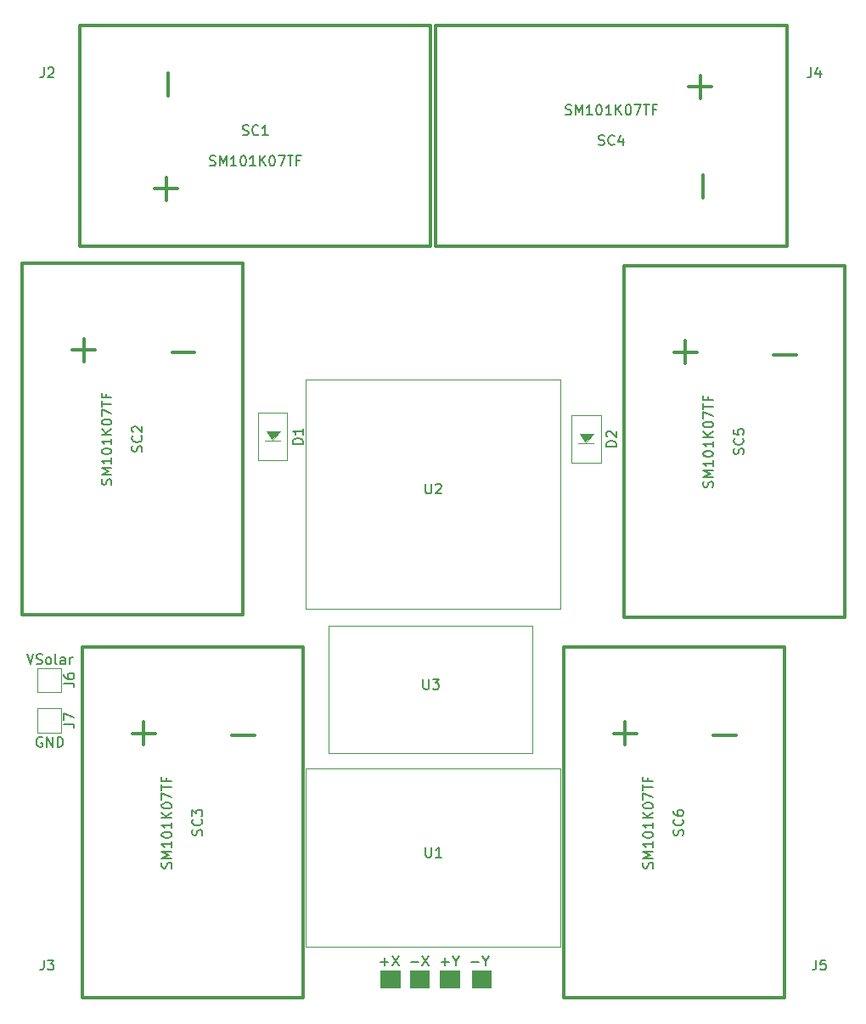
<source format=gbr>
%TF.GenerationSoftware,KiCad,Pcbnew,(5.1.10)-1*%
%TF.CreationDate,2022-06-07T21:34:51-07:00*%
%TF.ProjectId,solar-panel-WithCutout,736f6c61-722d-4706-916e-656c2d576974,1.1*%
%TF.SameCoordinates,Original*%
%TF.FileFunction,Legend,Top*%
%TF.FilePolarity,Positive*%
%FSLAX46Y46*%
G04 Gerber Fmt 4.6, Leading zero omitted, Abs format (unit mm)*
G04 Created by KiCad (PCBNEW (5.1.10)-1) date 2022-06-07 21:34:51*
%MOMM*%
%LPD*%
G01*
G04 APERTURE LIST*
%ADD10C,0.150000*%
%ADD11C,0.100000*%
%ADD12C,0.300000*%
%ADD13C,0.120000*%
G04 APERTURE END LIST*
D10*
X102488095Y-121000000D02*
X102392857Y-120952380D01*
X102250000Y-120952380D01*
X102107142Y-121000000D01*
X102011904Y-121095238D01*
X101964285Y-121190476D01*
X101916666Y-121380952D01*
X101916666Y-121523809D01*
X101964285Y-121714285D01*
X102011904Y-121809523D01*
X102107142Y-121904761D01*
X102250000Y-121952380D01*
X102345238Y-121952380D01*
X102488095Y-121904761D01*
X102535714Y-121857142D01*
X102535714Y-121523809D01*
X102345238Y-121523809D01*
X102964285Y-121952380D02*
X102964285Y-120952380D01*
X103535714Y-121952380D01*
X103535714Y-120952380D01*
X104011904Y-121952380D02*
X104011904Y-120952380D01*
X104250000Y-120952380D01*
X104392857Y-121000000D01*
X104488095Y-121095238D01*
X104535714Y-121190476D01*
X104583333Y-121380952D01*
X104583333Y-121523809D01*
X104535714Y-121714285D01*
X104488095Y-121809523D01*
X104392857Y-121904761D01*
X104250000Y-121952380D01*
X104011904Y-121952380D01*
X100964285Y-112702380D02*
X101297619Y-113702380D01*
X101630952Y-112702380D01*
X101916666Y-113654761D02*
X102059523Y-113702380D01*
X102297619Y-113702380D01*
X102392857Y-113654761D01*
X102440476Y-113607142D01*
X102488095Y-113511904D01*
X102488095Y-113416666D01*
X102440476Y-113321428D01*
X102392857Y-113273809D01*
X102297619Y-113226190D01*
X102107142Y-113178571D01*
X102011904Y-113130952D01*
X101964285Y-113083333D01*
X101916666Y-112988095D01*
X101916666Y-112892857D01*
X101964285Y-112797619D01*
X102011904Y-112750000D01*
X102107142Y-112702380D01*
X102345238Y-112702380D01*
X102488095Y-112750000D01*
X103059523Y-113702380D02*
X102964285Y-113654761D01*
X102916666Y-113607142D01*
X102869047Y-113511904D01*
X102869047Y-113226190D01*
X102916666Y-113130952D01*
X102964285Y-113083333D01*
X103059523Y-113035714D01*
X103202380Y-113035714D01*
X103297619Y-113083333D01*
X103345238Y-113130952D01*
X103392857Y-113226190D01*
X103392857Y-113511904D01*
X103345238Y-113607142D01*
X103297619Y-113654761D01*
X103202380Y-113702380D01*
X103059523Y-113702380D01*
X103964285Y-113702380D02*
X103869047Y-113654761D01*
X103821428Y-113559523D01*
X103821428Y-112702380D01*
X104773809Y-113702380D02*
X104773809Y-113178571D01*
X104726190Y-113083333D01*
X104630952Y-113035714D01*
X104440476Y-113035714D01*
X104345238Y-113083333D01*
X104773809Y-113654761D02*
X104678571Y-113702380D01*
X104440476Y-113702380D01*
X104345238Y-113654761D01*
X104297619Y-113559523D01*
X104297619Y-113464285D01*
X104345238Y-113369047D01*
X104440476Y-113321428D01*
X104678571Y-113321428D01*
X104773809Y-113273809D01*
X105249999Y-113702380D02*
X105249999Y-113035714D01*
X105249999Y-113226190D02*
X105297619Y-113130952D01*
X105345238Y-113083333D01*
X105440476Y-113035714D01*
X105535714Y-113035714D01*
D11*
G36*
X147244000Y-145972000D02*
G01*
X145339000Y-145972000D01*
X145339000Y-144257500D01*
X147244000Y-144257500D01*
X147244000Y-145972000D01*
G37*
X147244000Y-145972000D02*
X145339000Y-145972000D01*
X145339000Y-144257500D01*
X147244000Y-144257500D01*
X147244000Y-145972000D01*
G36*
X144069000Y-145972000D02*
G01*
X142164000Y-145972000D01*
X142164000Y-144257500D01*
X144069000Y-144257500D01*
X144069000Y-145972000D01*
G37*
X144069000Y-145972000D02*
X142164000Y-145972000D01*
X142164000Y-144257500D01*
X144069000Y-144257500D01*
X144069000Y-145972000D01*
G36*
X141084500Y-145972000D02*
G01*
X139179500Y-145972000D01*
X139179500Y-144257500D01*
X141084500Y-144257500D01*
X141084500Y-145972000D01*
G37*
X141084500Y-145972000D02*
X139179500Y-145972000D01*
X139179500Y-144257500D01*
X141084500Y-144257500D01*
X141084500Y-145972000D01*
G36*
X138163500Y-145972000D02*
G01*
X136258500Y-145972000D01*
X136258500Y-144257500D01*
X138163500Y-144257500D01*
X138163500Y-145972000D01*
G37*
X138163500Y-145972000D02*
X136258500Y-145972000D01*
X136258500Y-144257500D01*
X138163500Y-144257500D01*
X138163500Y-145972000D01*
D10*
X145302476Y-143388928D02*
X146064380Y-143388928D01*
X146731047Y-143293690D02*
X146731047Y-143769880D01*
X146397714Y-142769880D02*
X146731047Y-143293690D01*
X147064380Y-142769880D01*
X142302476Y-143388928D02*
X143064380Y-143388928D01*
X142683428Y-143769880D02*
X142683428Y-143007976D01*
X143731047Y-143293690D02*
X143731047Y-143769880D01*
X143397714Y-142769880D02*
X143731047Y-143293690D01*
X144064380Y-142769880D01*
X139254857Y-143388928D02*
X140016761Y-143388928D01*
X140397714Y-142769880D02*
X141064380Y-143769880D01*
X141064380Y-142769880D02*
X140397714Y-143769880D01*
X136254857Y-143388928D02*
X137016761Y-143388928D01*
X136635809Y-143769880D02*
X136635809Y-143007976D01*
X137397714Y-142769880D02*
X138064380Y-143769880D01*
X138064380Y-142769880D02*
X137397714Y-143769880D01*
D12*
%TO.C,SC6*%
X154500000Y-147000000D02*
X154500000Y-112000000D01*
X154500000Y-112000000D02*
X176500000Y-112000000D01*
X176500000Y-112000000D02*
X176500000Y-147000000D01*
X176500000Y-147000000D02*
X154500000Y-147000000D01*
D13*
%TO.C,J7*%
X102024999Y-118125001D02*
X104424999Y-118125001D01*
X102024999Y-120525001D02*
X102024999Y-118125001D01*
X104424999Y-120525001D02*
X102024999Y-120525001D01*
X104424999Y-118125001D02*
X104424999Y-120525001D01*
%TO.C,J6*%
X102024999Y-114075001D02*
X104424999Y-114075001D01*
X102024999Y-116475001D02*
X102024999Y-114075001D01*
X104424999Y-116475001D02*
X102024999Y-116475001D01*
X104424999Y-114075001D02*
X104424999Y-116475001D01*
%TO.C,D2*%
X155937200Y-91681800D02*
X157486600Y-91681800D01*
D11*
G36*
X157461200Y-90742000D02*
G01*
X156724600Y-91554800D01*
X156115000Y-90742000D01*
X157461200Y-90742000D01*
G37*
X157461200Y-90742000D02*
X156724600Y-91554800D01*
X156115000Y-90742000D01*
X157461200Y-90742000D01*
D13*
X155300000Y-93625000D02*
X155300000Y-88875000D01*
X158200000Y-93625000D02*
X155300000Y-93625000D01*
X158200000Y-88875000D02*
X155300000Y-88875000D01*
X158200000Y-93625000D02*
X158200000Y-88875000D01*
%TO.C,D1*%
X124687200Y-91431800D02*
X126236600Y-91431800D01*
D11*
G36*
X126211200Y-90492000D02*
G01*
X125474600Y-91304800D01*
X124865000Y-90492000D01*
X126211200Y-90492000D01*
G37*
X126211200Y-90492000D02*
X125474600Y-91304800D01*
X124865000Y-90492000D01*
X126211200Y-90492000D01*
D13*
X124050000Y-93375000D02*
X124050000Y-88625000D01*
X126950000Y-93375000D02*
X124050000Y-93375000D01*
X126950000Y-88625000D02*
X124050000Y-88625000D01*
X126950000Y-93375000D02*
X126950000Y-88625000D01*
%TO.C,U3*%
X141250000Y-122600000D02*
X151410000Y-122600000D01*
X151410000Y-122600000D02*
X151410000Y-116250000D01*
X141250000Y-122600000D02*
X131090000Y-122600000D01*
X131090000Y-122600000D02*
X131090000Y-116250000D01*
X151410000Y-109900000D02*
X151410000Y-116250000D01*
X141250000Y-109900000D02*
X151410000Y-109900000D01*
X131090000Y-109900000D02*
X131090000Y-116250000D01*
X141250000Y-109900000D02*
X131090000Y-109900000D01*
%TO.C,U2*%
X141500000Y-85320000D02*
X128800000Y-85320000D01*
X128800000Y-94210000D02*
X128800000Y-85320000D01*
X141500000Y-85320000D02*
X154200000Y-85320000D01*
X154200000Y-94210000D02*
X154200000Y-85320000D01*
X128800000Y-85320000D02*
X130578000Y-85320000D01*
X128800000Y-94210000D02*
X128800000Y-96750000D01*
X154200000Y-94210000D02*
X154200000Y-96750000D01*
X128800000Y-99290000D02*
X128800000Y-96750000D01*
X141500000Y-108180000D02*
X128800000Y-108180000D01*
X141500000Y-108180000D02*
X154200000Y-108180000D01*
X154200000Y-108180000D02*
X152422000Y-108180000D01*
X154200000Y-99290000D02*
X154200000Y-96750000D01*
X154200000Y-99290000D02*
X154200000Y-108180000D01*
X128800000Y-99290000D02*
X128800000Y-108180000D01*
%TO.C,U1*%
X154200000Y-133000000D02*
X154200000Y-141890000D01*
X141500000Y-141890000D02*
X154200000Y-141890000D01*
X141500000Y-141890000D02*
X128800000Y-141890000D01*
X128800000Y-133000000D02*
X128800000Y-141890000D01*
X154200000Y-133000000D02*
X154200000Y-124110000D01*
X141500000Y-124110000D02*
X154200000Y-124110000D01*
X128800000Y-133000000D02*
X128800000Y-124110000D01*
X141500000Y-124110000D02*
X128800000Y-124110000D01*
D12*
%TO.C,SC5*%
X160500000Y-109000000D02*
X160500000Y-74000000D01*
X160500000Y-74000000D02*
X182500000Y-74000000D01*
X182500000Y-74000000D02*
X182500000Y-109000000D01*
X182500000Y-109000000D02*
X160500000Y-109000000D01*
%TO.C,SC4*%
X141750000Y-50000000D02*
X176750000Y-50000000D01*
X176750000Y-50000000D02*
X176750000Y-72000000D01*
X176750000Y-72000000D02*
X141750000Y-72000000D01*
X141750000Y-72000000D02*
X141750000Y-50000000D01*
%TO.C,SC3*%
X106500000Y-147000000D02*
X106500000Y-112000000D01*
X106500000Y-112000000D02*
X128500000Y-112000000D01*
X128500000Y-112000000D02*
X128500000Y-147000000D01*
X128500000Y-147000000D02*
X106500000Y-147000000D01*
%TO.C,SC2*%
X100500000Y-108750000D02*
X100500000Y-73750000D01*
X100500000Y-73750000D02*
X122500000Y-73750000D01*
X122500000Y-73750000D02*
X122500000Y-108750000D01*
X122500000Y-108750000D02*
X100500000Y-108750000D01*
%TO.C,SC1*%
X141250000Y-72000000D02*
X106250000Y-72000000D01*
X106250000Y-72000000D02*
X106250000Y-50000000D01*
X106250000Y-50000000D02*
X141250000Y-50000000D01*
X141250000Y-50000000D02*
X141250000Y-72000000D01*
%TO.C,SC6*%
D10*
X166404761Y-130761904D02*
X166452380Y-130619047D01*
X166452380Y-130380952D01*
X166404761Y-130285714D01*
X166357142Y-130238095D01*
X166261904Y-130190476D01*
X166166666Y-130190476D01*
X166071428Y-130238095D01*
X166023809Y-130285714D01*
X165976190Y-130380952D01*
X165928571Y-130571428D01*
X165880952Y-130666666D01*
X165833333Y-130714285D01*
X165738095Y-130761904D01*
X165642857Y-130761904D01*
X165547619Y-130714285D01*
X165500000Y-130666666D01*
X165452380Y-130571428D01*
X165452380Y-130333333D01*
X165500000Y-130190476D01*
X166357142Y-129190476D02*
X166404761Y-129238095D01*
X166452380Y-129380952D01*
X166452380Y-129476190D01*
X166404761Y-129619047D01*
X166309523Y-129714285D01*
X166214285Y-129761904D01*
X166023809Y-129809523D01*
X165880952Y-129809523D01*
X165690476Y-129761904D01*
X165595238Y-129714285D01*
X165500000Y-129619047D01*
X165452380Y-129476190D01*
X165452380Y-129380952D01*
X165500000Y-129238095D01*
X165547619Y-129190476D01*
X165452380Y-128333333D02*
X165452380Y-128523809D01*
X165500000Y-128619047D01*
X165547619Y-128666666D01*
X165690476Y-128761904D01*
X165880952Y-128809523D01*
X166261904Y-128809523D01*
X166357142Y-128761904D01*
X166404761Y-128714285D01*
X166452380Y-128619047D01*
X166452380Y-128428571D01*
X166404761Y-128333333D01*
X166357142Y-128285714D01*
X166261904Y-128238095D01*
X166023809Y-128238095D01*
X165928571Y-128285714D01*
X165880952Y-128333333D01*
X165833333Y-128428571D01*
X165833333Y-128619047D01*
X165880952Y-128714285D01*
X165928571Y-128761904D01*
X166023809Y-128809523D01*
X163364761Y-134047619D02*
X163412380Y-133904761D01*
X163412380Y-133666666D01*
X163364761Y-133571428D01*
X163317142Y-133523809D01*
X163221904Y-133476190D01*
X163126666Y-133476190D01*
X163031428Y-133523809D01*
X162983809Y-133571428D01*
X162936190Y-133666666D01*
X162888571Y-133857142D01*
X162840952Y-133952380D01*
X162793333Y-134000000D01*
X162698095Y-134047619D01*
X162602857Y-134047619D01*
X162507619Y-134000000D01*
X162460000Y-133952380D01*
X162412380Y-133857142D01*
X162412380Y-133619047D01*
X162460000Y-133476190D01*
X163412380Y-133047619D02*
X162412380Y-133047619D01*
X163126666Y-132714285D01*
X162412380Y-132380952D01*
X163412380Y-132380952D01*
X163412380Y-131380952D02*
X163412380Y-131952380D01*
X163412380Y-131666666D02*
X162412380Y-131666666D01*
X162555238Y-131761904D01*
X162650476Y-131857142D01*
X162698095Y-131952380D01*
X162412380Y-130761904D02*
X162412380Y-130666666D01*
X162460000Y-130571428D01*
X162507619Y-130523809D01*
X162602857Y-130476190D01*
X162793333Y-130428571D01*
X163031428Y-130428571D01*
X163221904Y-130476190D01*
X163317142Y-130523809D01*
X163364761Y-130571428D01*
X163412380Y-130666666D01*
X163412380Y-130761904D01*
X163364761Y-130857142D01*
X163317142Y-130904761D01*
X163221904Y-130952380D01*
X163031428Y-131000000D01*
X162793333Y-131000000D01*
X162602857Y-130952380D01*
X162507619Y-130904761D01*
X162460000Y-130857142D01*
X162412380Y-130761904D01*
X163412380Y-129476190D02*
X163412380Y-130047619D01*
X163412380Y-129761904D02*
X162412380Y-129761904D01*
X162555238Y-129857142D01*
X162650476Y-129952380D01*
X162698095Y-130047619D01*
X163412380Y-129047619D02*
X162412380Y-129047619D01*
X163412380Y-128476190D02*
X162840952Y-128904761D01*
X162412380Y-128476190D02*
X162983809Y-129047619D01*
X162412380Y-127857142D02*
X162412380Y-127761904D01*
X162460000Y-127666666D01*
X162507619Y-127619047D01*
X162602857Y-127571428D01*
X162793333Y-127523809D01*
X163031428Y-127523809D01*
X163221904Y-127571428D01*
X163317142Y-127619047D01*
X163364761Y-127666666D01*
X163412380Y-127761904D01*
X163412380Y-127857142D01*
X163364761Y-127952380D01*
X163317142Y-128000000D01*
X163221904Y-128047619D01*
X163031428Y-128095238D01*
X162793333Y-128095238D01*
X162602857Y-128047619D01*
X162507619Y-128000000D01*
X162460000Y-127952380D01*
X162412380Y-127857142D01*
X162412380Y-127190476D02*
X162412380Y-126523809D01*
X163412380Y-126952380D01*
X162412380Y-126285714D02*
X162412380Y-125714285D01*
X163412380Y-126000000D02*
X162412380Y-126000000D01*
X162888571Y-125047619D02*
X162888571Y-125380952D01*
X163412380Y-125380952D02*
X162412380Y-125380952D01*
X162412380Y-124904761D01*
D12*
X169437142Y-120824285D02*
X171722857Y-120824285D01*
X160634285Y-121752857D02*
X160634285Y-119467142D01*
X161777142Y-120610000D02*
X159491428Y-120610000D01*
%TO.C,J7*%
D10*
X104675379Y-119658334D02*
X105389665Y-119658334D01*
X105532522Y-119705953D01*
X105627760Y-119801191D01*
X105675379Y-119944048D01*
X105675379Y-120039286D01*
X104675379Y-119277381D02*
X104675379Y-118610715D01*
X105675379Y-119039286D01*
%TO.C,J6*%
X104675379Y-115608334D02*
X105389665Y-115608334D01*
X105532522Y-115655953D01*
X105627760Y-115751191D01*
X105675379Y-115894048D01*
X105675379Y-115989286D01*
X104675379Y-114703572D02*
X104675379Y-114894048D01*
X104722999Y-114989286D01*
X104770618Y-115036905D01*
X104913475Y-115132143D01*
X105103951Y-115179762D01*
X105484903Y-115179762D01*
X105580141Y-115132143D01*
X105627760Y-115084524D01*
X105675379Y-114989286D01*
X105675379Y-114798810D01*
X105627760Y-114703572D01*
X105580141Y-114655953D01*
X105484903Y-114608334D01*
X105246808Y-114608334D01*
X105151570Y-114655953D01*
X105103951Y-114703572D01*
X105056332Y-114798810D01*
X105056332Y-114989286D01*
X105103951Y-115084524D01*
X105151570Y-115132143D01*
X105246808Y-115179762D01*
%TO.C,J5*%
X179666666Y-143202380D02*
X179666666Y-143916666D01*
X179619047Y-144059523D01*
X179523809Y-144154761D01*
X179380952Y-144202380D01*
X179285714Y-144202380D01*
X180619047Y-143202380D02*
X180142857Y-143202380D01*
X180095238Y-143678571D01*
X180142857Y-143630952D01*
X180238095Y-143583333D01*
X180476190Y-143583333D01*
X180571428Y-143630952D01*
X180619047Y-143678571D01*
X180666666Y-143773809D01*
X180666666Y-144011904D01*
X180619047Y-144107142D01*
X180571428Y-144154761D01*
X180476190Y-144202380D01*
X180238095Y-144202380D01*
X180142857Y-144154761D01*
X180095238Y-144107142D01*
%TO.C,J4*%
X179166666Y-54202380D02*
X179166666Y-54916666D01*
X179119047Y-55059523D01*
X179023809Y-55154761D01*
X178880952Y-55202380D01*
X178785714Y-55202380D01*
X180071428Y-54535714D02*
X180071428Y-55202380D01*
X179833333Y-54154761D02*
X179595238Y-54869047D01*
X180214285Y-54869047D01*
%TO.C,J3*%
X102666666Y-143202380D02*
X102666666Y-143916666D01*
X102619047Y-144059523D01*
X102523809Y-144154761D01*
X102380952Y-144202380D01*
X102285714Y-144202380D01*
X103047619Y-143202380D02*
X103666666Y-143202380D01*
X103333333Y-143583333D01*
X103476190Y-143583333D01*
X103571428Y-143630952D01*
X103619047Y-143678571D01*
X103666666Y-143773809D01*
X103666666Y-144011904D01*
X103619047Y-144107142D01*
X103571428Y-144154761D01*
X103476190Y-144202380D01*
X103190476Y-144202380D01*
X103095238Y-144154761D01*
X103047619Y-144107142D01*
%TO.C,J2*%
X102666666Y-54202380D02*
X102666666Y-54916666D01*
X102619047Y-55059523D01*
X102523809Y-55154761D01*
X102380952Y-55202380D01*
X102285714Y-55202380D01*
X103095238Y-54297619D02*
X103142857Y-54250000D01*
X103238095Y-54202380D01*
X103476190Y-54202380D01*
X103571428Y-54250000D01*
X103619047Y-54297619D01*
X103666666Y-54392857D01*
X103666666Y-54488095D01*
X103619047Y-54630952D01*
X103047619Y-55202380D01*
X103666666Y-55202380D01*
%TO.C,D2*%
X159742380Y-91988095D02*
X158742380Y-91988095D01*
X158742380Y-91750000D01*
X158790000Y-91607142D01*
X158885238Y-91511904D01*
X158980476Y-91464285D01*
X159170952Y-91416666D01*
X159313809Y-91416666D01*
X159504285Y-91464285D01*
X159599523Y-91511904D01*
X159694761Y-91607142D01*
X159742380Y-91750000D01*
X159742380Y-91988095D01*
X158837619Y-91035714D02*
X158790000Y-90988095D01*
X158742380Y-90892857D01*
X158742380Y-90654761D01*
X158790000Y-90559523D01*
X158837619Y-90511904D01*
X158932857Y-90464285D01*
X159028095Y-90464285D01*
X159170952Y-90511904D01*
X159742380Y-91083333D01*
X159742380Y-90464285D01*
%TO.C,D1*%
X128492380Y-91738095D02*
X127492380Y-91738095D01*
X127492380Y-91500000D01*
X127540000Y-91357142D01*
X127635238Y-91261904D01*
X127730476Y-91214285D01*
X127920952Y-91166666D01*
X128063809Y-91166666D01*
X128254285Y-91214285D01*
X128349523Y-91261904D01*
X128444761Y-91357142D01*
X128492380Y-91500000D01*
X128492380Y-91738095D01*
X128492380Y-90214285D02*
X128492380Y-90785714D01*
X128492380Y-90500000D02*
X127492380Y-90500000D01*
X127635238Y-90595238D01*
X127730476Y-90690476D01*
X127778095Y-90785714D01*
%TO.C,U3*%
X140488095Y-115202380D02*
X140488095Y-116011904D01*
X140535714Y-116107142D01*
X140583333Y-116154761D01*
X140678571Y-116202380D01*
X140869047Y-116202380D01*
X140964285Y-116154761D01*
X141011904Y-116107142D01*
X141059523Y-116011904D01*
X141059523Y-115202380D01*
X141440476Y-115202380D02*
X142059523Y-115202380D01*
X141726190Y-115583333D01*
X141869047Y-115583333D01*
X141964285Y-115630952D01*
X142011904Y-115678571D01*
X142059523Y-115773809D01*
X142059523Y-116011904D01*
X142011904Y-116107142D01*
X141964285Y-116154761D01*
X141869047Y-116202380D01*
X141583333Y-116202380D01*
X141488095Y-116154761D01*
X141440476Y-116107142D01*
%TO.C,U2*%
X140738095Y-95702380D02*
X140738095Y-96511904D01*
X140785714Y-96607142D01*
X140833333Y-96654761D01*
X140928571Y-96702380D01*
X141119047Y-96702380D01*
X141214285Y-96654761D01*
X141261904Y-96607142D01*
X141309523Y-96511904D01*
X141309523Y-95702380D01*
X141738095Y-95797619D02*
X141785714Y-95750000D01*
X141880952Y-95702380D01*
X142119047Y-95702380D01*
X142214285Y-95750000D01*
X142261904Y-95797619D01*
X142309523Y-95892857D01*
X142309523Y-95988095D01*
X142261904Y-96130952D01*
X141690476Y-96702380D01*
X142309523Y-96702380D01*
%TO.C,U1*%
X140738095Y-131952380D02*
X140738095Y-132761904D01*
X140785714Y-132857142D01*
X140833333Y-132904761D01*
X140928571Y-132952380D01*
X141119047Y-132952380D01*
X141214285Y-132904761D01*
X141261904Y-132857142D01*
X141309523Y-132761904D01*
X141309523Y-131952380D01*
X142309523Y-132952380D02*
X141738095Y-132952380D01*
X142023809Y-132952380D02*
X142023809Y-131952380D01*
X141928571Y-132095238D01*
X141833333Y-132190476D01*
X141738095Y-132238095D01*
%TO.C,SC5*%
X172404761Y-92761904D02*
X172452380Y-92619047D01*
X172452380Y-92380952D01*
X172404761Y-92285714D01*
X172357142Y-92238095D01*
X172261904Y-92190476D01*
X172166666Y-92190476D01*
X172071428Y-92238095D01*
X172023809Y-92285714D01*
X171976190Y-92380952D01*
X171928571Y-92571428D01*
X171880952Y-92666666D01*
X171833333Y-92714285D01*
X171738095Y-92761904D01*
X171642857Y-92761904D01*
X171547619Y-92714285D01*
X171500000Y-92666666D01*
X171452380Y-92571428D01*
X171452380Y-92333333D01*
X171500000Y-92190476D01*
X172357142Y-91190476D02*
X172404761Y-91238095D01*
X172452380Y-91380952D01*
X172452380Y-91476190D01*
X172404761Y-91619047D01*
X172309523Y-91714285D01*
X172214285Y-91761904D01*
X172023809Y-91809523D01*
X171880952Y-91809523D01*
X171690476Y-91761904D01*
X171595238Y-91714285D01*
X171500000Y-91619047D01*
X171452380Y-91476190D01*
X171452380Y-91380952D01*
X171500000Y-91238095D01*
X171547619Y-91190476D01*
X171452380Y-90285714D02*
X171452380Y-90761904D01*
X171928571Y-90809523D01*
X171880952Y-90761904D01*
X171833333Y-90666666D01*
X171833333Y-90428571D01*
X171880952Y-90333333D01*
X171928571Y-90285714D01*
X172023809Y-90238095D01*
X172261904Y-90238095D01*
X172357142Y-90285714D01*
X172404761Y-90333333D01*
X172452380Y-90428571D01*
X172452380Y-90666666D01*
X172404761Y-90761904D01*
X172357142Y-90809523D01*
X169364761Y-96047619D02*
X169412380Y-95904761D01*
X169412380Y-95666666D01*
X169364761Y-95571428D01*
X169317142Y-95523809D01*
X169221904Y-95476190D01*
X169126666Y-95476190D01*
X169031428Y-95523809D01*
X168983809Y-95571428D01*
X168936190Y-95666666D01*
X168888571Y-95857142D01*
X168840952Y-95952380D01*
X168793333Y-96000000D01*
X168698095Y-96047619D01*
X168602857Y-96047619D01*
X168507619Y-96000000D01*
X168460000Y-95952380D01*
X168412380Y-95857142D01*
X168412380Y-95619047D01*
X168460000Y-95476190D01*
X169412380Y-95047619D02*
X168412380Y-95047619D01*
X169126666Y-94714285D01*
X168412380Y-94380952D01*
X169412380Y-94380952D01*
X169412380Y-93380952D02*
X169412380Y-93952380D01*
X169412380Y-93666666D02*
X168412380Y-93666666D01*
X168555238Y-93761904D01*
X168650476Y-93857142D01*
X168698095Y-93952380D01*
X168412380Y-92761904D02*
X168412380Y-92666666D01*
X168460000Y-92571428D01*
X168507619Y-92523809D01*
X168602857Y-92476190D01*
X168793333Y-92428571D01*
X169031428Y-92428571D01*
X169221904Y-92476190D01*
X169317142Y-92523809D01*
X169364761Y-92571428D01*
X169412380Y-92666666D01*
X169412380Y-92761904D01*
X169364761Y-92857142D01*
X169317142Y-92904761D01*
X169221904Y-92952380D01*
X169031428Y-93000000D01*
X168793333Y-93000000D01*
X168602857Y-92952380D01*
X168507619Y-92904761D01*
X168460000Y-92857142D01*
X168412380Y-92761904D01*
X169412380Y-91476190D02*
X169412380Y-92047619D01*
X169412380Y-91761904D02*
X168412380Y-91761904D01*
X168555238Y-91857142D01*
X168650476Y-91952380D01*
X168698095Y-92047619D01*
X169412380Y-91047619D02*
X168412380Y-91047619D01*
X169412380Y-90476190D02*
X168840952Y-90904761D01*
X168412380Y-90476190D02*
X168983809Y-91047619D01*
X168412380Y-89857142D02*
X168412380Y-89761904D01*
X168460000Y-89666666D01*
X168507619Y-89619047D01*
X168602857Y-89571428D01*
X168793333Y-89523809D01*
X169031428Y-89523809D01*
X169221904Y-89571428D01*
X169317142Y-89619047D01*
X169364761Y-89666666D01*
X169412380Y-89761904D01*
X169412380Y-89857142D01*
X169364761Y-89952380D01*
X169317142Y-90000000D01*
X169221904Y-90047619D01*
X169031428Y-90095238D01*
X168793333Y-90095238D01*
X168602857Y-90047619D01*
X168507619Y-90000000D01*
X168460000Y-89952380D01*
X168412380Y-89857142D01*
X168412380Y-89190476D02*
X168412380Y-88523809D01*
X169412380Y-88952380D01*
X168412380Y-88285714D02*
X168412380Y-87714285D01*
X169412380Y-88000000D02*
X168412380Y-88000000D01*
X168888571Y-87047619D02*
X168888571Y-87380952D01*
X169412380Y-87380952D02*
X168412380Y-87380952D01*
X168412380Y-86904761D01*
D12*
X175437142Y-82824285D02*
X177722857Y-82824285D01*
X166634285Y-83752857D02*
X166634285Y-81467142D01*
X167777142Y-82610000D02*
X165491428Y-82610000D01*
%TO.C,SC4*%
D10*
X157988095Y-61904761D02*
X158130952Y-61952380D01*
X158369047Y-61952380D01*
X158464285Y-61904761D01*
X158511904Y-61857142D01*
X158559523Y-61761904D01*
X158559523Y-61666666D01*
X158511904Y-61571428D01*
X158464285Y-61523809D01*
X158369047Y-61476190D01*
X158178571Y-61428571D01*
X158083333Y-61380952D01*
X158035714Y-61333333D01*
X157988095Y-61238095D01*
X157988095Y-61142857D01*
X158035714Y-61047619D01*
X158083333Y-61000000D01*
X158178571Y-60952380D01*
X158416666Y-60952380D01*
X158559523Y-61000000D01*
X159559523Y-61857142D02*
X159511904Y-61904761D01*
X159369047Y-61952380D01*
X159273809Y-61952380D01*
X159130952Y-61904761D01*
X159035714Y-61809523D01*
X158988095Y-61714285D01*
X158940476Y-61523809D01*
X158940476Y-61380952D01*
X158988095Y-61190476D01*
X159035714Y-61095238D01*
X159130952Y-61000000D01*
X159273809Y-60952380D01*
X159369047Y-60952380D01*
X159511904Y-61000000D01*
X159559523Y-61047619D01*
X160416666Y-61285714D02*
X160416666Y-61952380D01*
X160178571Y-60904761D02*
X159940476Y-61619047D01*
X160559523Y-61619047D01*
X154702380Y-58864761D02*
X154845238Y-58912380D01*
X155083333Y-58912380D01*
X155178571Y-58864761D01*
X155226190Y-58817142D01*
X155273809Y-58721904D01*
X155273809Y-58626666D01*
X155226190Y-58531428D01*
X155178571Y-58483809D01*
X155083333Y-58436190D01*
X154892857Y-58388571D01*
X154797619Y-58340952D01*
X154750000Y-58293333D01*
X154702380Y-58198095D01*
X154702380Y-58102857D01*
X154750000Y-58007619D01*
X154797619Y-57960000D01*
X154892857Y-57912380D01*
X155130952Y-57912380D01*
X155273809Y-57960000D01*
X155702380Y-58912380D02*
X155702380Y-57912380D01*
X156035714Y-58626666D01*
X156369047Y-57912380D01*
X156369047Y-58912380D01*
X157369047Y-58912380D02*
X156797619Y-58912380D01*
X157083333Y-58912380D02*
X157083333Y-57912380D01*
X156988095Y-58055238D01*
X156892857Y-58150476D01*
X156797619Y-58198095D01*
X157988095Y-57912380D02*
X158083333Y-57912380D01*
X158178571Y-57960000D01*
X158226190Y-58007619D01*
X158273809Y-58102857D01*
X158321428Y-58293333D01*
X158321428Y-58531428D01*
X158273809Y-58721904D01*
X158226190Y-58817142D01*
X158178571Y-58864761D01*
X158083333Y-58912380D01*
X157988095Y-58912380D01*
X157892857Y-58864761D01*
X157845238Y-58817142D01*
X157797619Y-58721904D01*
X157750000Y-58531428D01*
X157750000Y-58293333D01*
X157797619Y-58102857D01*
X157845238Y-58007619D01*
X157892857Y-57960000D01*
X157988095Y-57912380D01*
X159273809Y-58912380D02*
X158702380Y-58912380D01*
X158988095Y-58912380D02*
X158988095Y-57912380D01*
X158892857Y-58055238D01*
X158797619Y-58150476D01*
X158702380Y-58198095D01*
X159702380Y-58912380D02*
X159702380Y-57912380D01*
X160273809Y-58912380D02*
X159845238Y-58340952D01*
X160273809Y-57912380D02*
X159702380Y-58483809D01*
X160892857Y-57912380D02*
X160988095Y-57912380D01*
X161083333Y-57960000D01*
X161130952Y-58007619D01*
X161178571Y-58102857D01*
X161226190Y-58293333D01*
X161226190Y-58531428D01*
X161178571Y-58721904D01*
X161130952Y-58817142D01*
X161083333Y-58864761D01*
X160988095Y-58912380D01*
X160892857Y-58912380D01*
X160797619Y-58864761D01*
X160750000Y-58817142D01*
X160702380Y-58721904D01*
X160654761Y-58531428D01*
X160654761Y-58293333D01*
X160702380Y-58102857D01*
X160750000Y-58007619D01*
X160797619Y-57960000D01*
X160892857Y-57912380D01*
X161559523Y-57912380D02*
X162226190Y-57912380D01*
X161797619Y-58912380D01*
X162464285Y-57912380D02*
X163035714Y-57912380D01*
X162750000Y-58912380D02*
X162750000Y-57912380D01*
X163702380Y-58388571D02*
X163369047Y-58388571D01*
X163369047Y-58912380D02*
X163369047Y-57912380D01*
X163845238Y-57912380D01*
D12*
X168354285Y-67222857D02*
X168354285Y-64937142D01*
X166997142Y-56134285D02*
X169282857Y-56134285D01*
X168140000Y-57277142D02*
X168140000Y-54991428D01*
%TO.C,SC3*%
D10*
X118404761Y-130761904D02*
X118452380Y-130619047D01*
X118452380Y-130380952D01*
X118404761Y-130285714D01*
X118357142Y-130238095D01*
X118261904Y-130190476D01*
X118166666Y-130190476D01*
X118071428Y-130238095D01*
X118023809Y-130285714D01*
X117976190Y-130380952D01*
X117928571Y-130571428D01*
X117880952Y-130666666D01*
X117833333Y-130714285D01*
X117738095Y-130761904D01*
X117642857Y-130761904D01*
X117547619Y-130714285D01*
X117500000Y-130666666D01*
X117452380Y-130571428D01*
X117452380Y-130333333D01*
X117500000Y-130190476D01*
X118357142Y-129190476D02*
X118404761Y-129238095D01*
X118452380Y-129380952D01*
X118452380Y-129476190D01*
X118404761Y-129619047D01*
X118309523Y-129714285D01*
X118214285Y-129761904D01*
X118023809Y-129809523D01*
X117880952Y-129809523D01*
X117690476Y-129761904D01*
X117595238Y-129714285D01*
X117500000Y-129619047D01*
X117452380Y-129476190D01*
X117452380Y-129380952D01*
X117500000Y-129238095D01*
X117547619Y-129190476D01*
X117452380Y-128857142D02*
X117452380Y-128238095D01*
X117833333Y-128571428D01*
X117833333Y-128428571D01*
X117880952Y-128333333D01*
X117928571Y-128285714D01*
X118023809Y-128238095D01*
X118261904Y-128238095D01*
X118357142Y-128285714D01*
X118404761Y-128333333D01*
X118452380Y-128428571D01*
X118452380Y-128714285D01*
X118404761Y-128809523D01*
X118357142Y-128857142D01*
X115364761Y-134047619D02*
X115412380Y-133904761D01*
X115412380Y-133666666D01*
X115364761Y-133571428D01*
X115317142Y-133523809D01*
X115221904Y-133476190D01*
X115126666Y-133476190D01*
X115031428Y-133523809D01*
X114983809Y-133571428D01*
X114936190Y-133666666D01*
X114888571Y-133857142D01*
X114840952Y-133952380D01*
X114793333Y-134000000D01*
X114698095Y-134047619D01*
X114602857Y-134047619D01*
X114507619Y-134000000D01*
X114460000Y-133952380D01*
X114412380Y-133857142D01*
X114412380Y-133619047D01*
X114460000Y-133476190D01*
X115412380Y-133047619D02*
X114412380Y-133047619D01*
X115126666Y-132714285D01*
X114412380Y-132380952D01*
X115412380Y-132380952D01*
X115412380Y-131380952D02*
X115412380Y-131952380D01*
X115412380Y-131666666D02*
X114412380Y-131666666D01*
X114555238Y-131761904D01*
X114650476Y-131857142D01*
X114698095Y-131952380D01*
X114412380Y-130761904D02*
X114412380Y-130666666D01*
X114460000Y-130571428D01*
X114507619Y-130523809D01*
X114602857Y-130476190D01*
X114793333Y-130428571D01*
X115031428Y-130428571D01*
X115221904Y-130476190D01*
X115317142Y-130523809D01*
X115364761Y-130571428D01*
X115412380Y-130666666D01*
X115412380Y-130761904D01*
X115364761Y-130857142D01*
X115317142Y-130904761D01*
X115221904Y-130952380D01*
X115031428Y-131000000D01*
X114793333Y-131000000D01*
X114602857Y-130952380D01*
X114507619Y-130904761D01*
X114460000Y-130857142D01*
X114412380Y-130761904D01*
X115412380Y-129476190D02*
X115412380Y-130047619D01*
X115412380Y-129761904D02*
X114412380Y-129761904D01*
X114555238Y-129857142D01*
X114650476Y-129952380D01*
X114698095Y-130047619D01*
X115412380Y-129047619D02*
X114412380Y-129047619D01*
X115412380Y-128476190D02*
X114840952Y-128904761D01*
X114412380Y-128476190D02*
X114983809Y-129047619D01*
X114412380Y-127857142D02*
X114412380Y-127761904D01*
X114460000Y-127666666D01*
X114507619Y-127619047D01*
X114602857Y-127571428D01*
X114793333Y-127523809D01*
X115031428Y-127523809D01*
X115221904Y-127571428D01*
X115317142Y-127619047D01*
X115364761Y-127666666D01*
X115412380Y-127761904D01*
X115412380Y-127857142D01*
X115364761Y-127952380D01*
X115317142Y-128000000D01*
X115221904Y-128047619D01*
X115031428Y-128095238D01*
X114793333Y-128095238D01*
X114602857Y-128047619D01*
X114507619Y-128000000D01*
X114460000Y-127952380D01*
X114412380Y-127857142D01*
X114412380Y-127190476D02*
X114412380Y-126523809D01*
X115412380Y-126952380D01*
X114412380Y-126285714D02*
X114412380Y-125714285D01*
X115412380Y-126000000D02*
X114412380Y-126000000D01*
X114888571Y-125047619D02*
X114888571Y-125380952D01*
X115412380Y-125380952D02*
X114412380Y-125380952D01*
X114412380Y-124904761D01*
D12*
X121437142Y-120824285D02*
X123722857Y-120824285D01*
X112634285Y-121752857D02*
X112634285Y-119467142D01*
X113777142Y-120610000D02*
X111491428Y-120610000D01*
%TO.C,SC2*%
D10*
X112404761Y-92511904D02*
X112452380Y-92369047D01*
X112452380Y-92130952D01*
X112404761Y-92035714D01*
X112357142Y-91988095D01*
X112261904Y-91940476D01*
X112166666Y-91940476D01*
X112071428Y-91988095D01*
X112023809Y-92035714D01*
X111976190Y-92130952D01*
X111928571Y-92321428D01*
X111880952Y-92416666D01*
X111833333Y-92464285D01*
X111738095Y-92511904D01*
X111642857Y-92511904D01*
X111547619Y-92464285D01*
X111500000Y-92416666D01*
X111452380Y-92321428D01*
X111452380Y-92083333D01*
X111500000Y-91940476D01*
X112357142Y-90940476D02*
X112404761Y-90988095D01*
X112452380Y-91130952D01*
X112452380Y-91226190D01*
X112404761Y-91369047D01*
X112309523Y-91464285D01*
X112214285Y-91511904D01*
X112023809Y-91559523D01*
X111880952Y-91559523D01*
X111690476Y-91511904D01*
X111595238Y-91464285D01*
X111500000Y-91369047D01*
X111452380Y-91226190D01*
X111452380Y-91130952D01*
X111500000Y-90988095D01*
X111547619Y-90940476D01*
X111547619Y-90559523D02*
X111500000Y-90511904D01*
X111452380Y-90416666D01*
X111452380Y-90178571D01*
X111500000Y-90083333D01*
X111547619Y-90035714D01*
X111642857Y-89988095D01*
X111738095Y-89988095D01*
X111880952Y-90035714D01*
X112452380Y-90607142D01*
X112452380Y-89988095D01*
X109364761Y-95797619D02*
X109412380Y-95654761D01*
X109412380Y-95416666D01*
X109364761Y-95321428D01*
X109317142Y-95273809D01*
X109221904Y-95226190D01*
X109126666Y-95226190D01*
X109031428Y-95273809D01*
X108983809Y-95321428D01*
X108936190Y-95416666D01*
X108888571Y-95607142D01*
X108840952Y-95702380D01*
X108793333Y-95750000D01*
X108698095Y-95797619D01*
X108602857Y-95797619D01*
X108507619Y-95750000D01*
X108460000Y-95702380D01*
X108412380Y-95607142D01*
X108412380Y-95369047D01*
X108460000Y-95226190D01*
X109412380Y-94797619D02*
X108412380Y-94797619D01*
X109126666Y-94464285D01*
X108412380Y-94130952D01*
X109412380Y-94130952D01*
X109412380Y-93130952D02*
X109412380Y-93702380D01*
X109412380Y-93416666D02*
X108412380Y-93416666D01*
X108555238Y-93511904D01*
X108650476Y-93607142D01*
X108698095Y-93702380D01*
X108412380Y-92511904D02*
X108412380Y-92416666D01*
X108460000Y-92321428D01*
X108507619Y-92273809D01*
X108602857Y-92226190D01*
X108793333Y-92178571D01*
X109031428Y-92178571D01*
X109221904Y-92226190D01*
X109317142Y-92273809D01*
X109364761Y-92321428D01*
X109412380Y-92416666D01*
X109412380Y-92511904D01*
X109364761Y-92607142D01*
X109317142Y-92654761D01*
X109221904Y-92702380D01*
X109031428Y-92750000D01*
X108793333Y-92750000D01*
X108602857Y-92702380D01*
X108507619Y-92654761D01*
X108460000Y-92607142D01*
X108412380Y-92511904D01*
X109412380Y-91226190D02*
X109412380Y-91797619D01*
X109412380Y-91511904D02*
X108412380Y-91511904D01*
X108555238Y-91607142D01*
X108650476Y-91702380D01*
X108698095Y-91797619D01*
X109412380Y-90797619D02*
X108412380Y-90797619D01*
X109412380Y-90226190D02*
X108840952Y-90654761D01*
X108412380Y-90226190D02*
X108983809Y-90797619D01*
X108412380Y-89607142D02*
X108412380Y-89511904D01*
X108460000Y-89416666D01*
X108507619Y-89369047D01*
X108602857Y-89321428D01*
X108793333Y-89273809D01*
X109031428Y-89273809D01*
X109221904Y-89321428D01*
X109317142Y-89369047D01*
X109364761Y-89416666D01*
X109412380Y-89511904D01*
X109412380Y-89607142D01*
X109364761Y-89702380D01*
X109317142Y-89750000D01*
X109221904Y-89797619D01*
X109031428Y-89845238D01*
X108793333Y-89845238D01*
X108602857Y-89797619D01*
X108507619Y-89750000D01*
X108460000Y-89702380D01*
X108412380Y-89607142D01*
X108412380Y-88940476D02*
X108412380Y-88273809D01*
X109412380Y-88702380D01*
X108412380Y-88035714D02*
X108412380Y-87464285D01*
X109412380Y-87750000D02*
X108412380Y-87750000D01*
X108888571Y-86797619D02*
X108888571Y-87130952D01*
X109412380Y-87130952D02*
X108412380Y-87130952D01*
X108412380Y-86654761D01*
D12*
X115437142Y-82574285D02*
X117722857Y-82574285D01*
X106634285Y-83502857D02*
X106634285Y-81217142D01*
X107777142Y-82360000D02*
X105491428Y-82360000D01*
%TO.C,SC1*%
D10*
X122488095Y-60904761D02*
X122630952Y-60952380D01*
X122869047Y-60952380D01*
X122964285Y-60904761D01*
X123011904Y-60857142D01*
X123059523Y-60761904D01*
X123059523Y-60666666D01*
X123011904Y-60571428D01*
X122964285Y-60523809D01*
X122869047Y-60476190D01*
X122678571Y-60428571D01*
X122583333Y-60380952D01*
X122535714Y-60333333D01*
X122488095Y-60238095D01*
X122488095Y-60142857D01*
X122535714Y-60047619D01*
X122583333Y-60000000D01*
X122678571Y-59952380D01*
X122916666Y-59952380D01*
X123059523Y-60000000D01*
X124059523Y-60857142D02*
X124011904Y-60904761D01*
X123869047Y-60952380D01*
X123773809Y-60952380D01*
X123630952Y-60904761D01*
X123535714Y-60809523D01*
X123488095Y-60714285D01*
X123440476Y-60523809D01*
X123440476Y-60380952D01*
X123488095Y-60190476D01*
X123535714Y-60095238D01*
X123630952Y-60000000D01*
X123773809Y-59952380D01*
X123869047Y-59952380D01*
X124011904Y-60000000D01*
X124059523Y-60047619D01*
X125011904Y-60952380D02*
X124440476Y-60952380D01*
X124726190Y-60952380D02*
X124726190Y-59952380D01*
X124630952Y-60095238D01*
X124535714Y-60190476D01*
X124440476Y-60238095D01*
X119202380Y-63944761D02*
X119345238Y-63992380D01*
X119583333Y-63992380D01*
X119678571Y-63944761D01*
X119726190Y-63897142D01*
X119773809Y-63801904D01*
X119773809Y-63706666D01*
X119726190Y-63611428D01*
X119678571Y-63563809D01*
X119583333Y-63516190D01*
X119392857Y-63468571D01*
X119297619Y-63420952D01*
X119250000Y-63373333D01*
X119202380Y-63278095D01*
X119202380Y-63182857D01*
X119250000Y-63087619D01*
X119297619Y-63040000D01*
X119392857Y-62992380D01*
X119630952Y-62992380D01*
X119773809Y-63040000D01*
X120202380Y-63992380D02*
X120202380Y-62992380D01*
X120535714Y-63706666D01*
X120869047Y-62992380D01*
X120869047Y-63992380D01*
X121869047Y-63992380D02*
X121297619Y-63992380D01*
X121583333Y-63992380D02*
X121583333Y-62992380D01*
X121488095Y-63135238D01*
X121392857Y-63230476D01*
X121297619Y-63278095D01*
X122488095Y-62992380D02*
X122583333Y-62992380D01*
X122678571Y-63040000D01*
X122726190Y-63087619D01*
X122773809Y-63182857D01*
X122821428Y-63373333D01*
X122821428Y-63611428D01*
X122773809Y-63801904D01*
X122726190Y-63897142D01*
X122678571Y-63944761D01*
X122583333Y-63992380D01*
X122488095Y-63992380D01*
X122392857Y-63944761D01*
X122345238Y-63897142D01*
X122297619Y-63801904D01*
X122250000Y-63611428D01*
X122250000Y-63373333D01*
X122297619Y-63182857D01*
X122345238Y-63087619D01*
X122392857Y-63040000D01*
X122488095Y-62992380D01*
X123773809Y-63992380D02*
X123202380Y-63992380D01*
X123488095Y-63992380D02*
X123488095Y-62992380D01*
X123392857Y-63135238D01*
X123297619Y-63230476D01*
X123202380Y-63278095D01*
X124202380Y-63992380D02*
X124202380Y-62992380D01*
X124773809Y-63992380D02*
X124345238Y-63420952D01*
X124773809Y-62992380D02*
X124202380Y-63563809D01*
X125392857Y-62992380D02*
X125488095Y-62992380D01*
X125583333Y-63040000D01*
X125630952Y-63087619D01*
X125678571Y-63182857D01*
X125726190Y-63373333D01*
X125726190Y-63611428D01*
X125678571Y-63801904D01*
X125630952Y-63897142D01*
X125583333Y-63944761D01*
X125488095Y-63992380D01*
X125392857Y-63992380D01*
X125297619Y-63944761D01*
X125250000Y-63897142D01*
X125202380Y-63801904D01*
X125154761Y-63611428D01*
X125154761Y-63373333D01*
X125202380Y-63182857D01*
X125250000Y-63087619D01*
X125297619Y-63040000D01*
X125392857Y-62992380D01*
X126059523Y-62992380D02*
X126726190Y-62992380D01*
X126297619Y-63992380D01*
X126964285Y-62992380D02*
X127535714Y-62992380D01*
X127250000Y-63992380D02*
X127250000Y-62992380D01*
X128202380Y-63468571D02*
X127869047Y-63468571D01*
X127869047Y-63992380D02*
X127869047Y-62992380D01*
X128345238Y-62992380D01*
D12*
X115074285Y-57062857D02*
X115074285Y-54777142D01*
X113717142Y-66294285D02*
X116002857Y-66294285D01*
X114860000Y-67437142D02*
X114860000Y-65151428D01*
%TD*%
M02*

</source>
